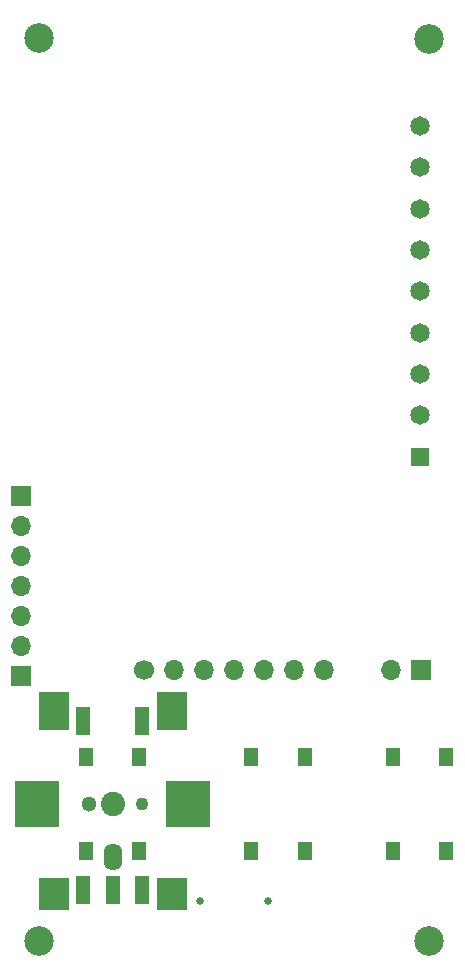
<source format=gbr>
%TF.GenerationSoftware,KiCad,Pcbnew,7.0.7*%
%TF.CreationDate,2024-05-25T17:21:06-04:00*%
%TF.ProjectId,AxxSolder,41787853-6f6c-4646-9572-2e6b69636164,rev?*%
%TF.SameCoordinates,Original*%
%TF.FileFunction,Soldermask,Top*%
%TF.FilePolarity,Negative*%
%FSLAX46Y46*%
G04 Gerber Fmt 4.6, Leading zero omitted, Abs format (unit mm)*
G04 Created by KiCad (PCBNEW 7.0.7) date 2024-05-25 17:21:06*
%MOMM*%
%LPD*%
G01*
G04 APERTURE LIST*
%ADD10C,2.500000*%
%ADD11O,1.700000X1.700000*%
%ADD12C,1.700000*%
%ADD13R,1.300000X1.550000*%
%ADD14C,1.300000*%
%ADD15C,2.050000*%
%ADD16O,1.550000X2.300000*%
%ADD17C,1.100000*%
%ADD18R,1.300000X2.400000*%
%ADD19R,3.750000X4.000000*%
%ADD20R,2.500000X3.200000*%
%ADD21R,2.500000X2.700000*%
%ADD22R,1.650000X1.650000*%
%ADD23C,1.650000*%
%ADD24R,1.700000X1.700000*%
%ADD25C,0.650000*%
G04 APERTURE END LIST*
D10*
%TO.C,H4*%
X197150000Y-70800000D03*
%TD*%
%TO.C,H3*%
X164150000Y-70700000D03*
%TD*%
D11*
%TO.C,U1*%
X188290000Y-124253734D03*
X185750000Y-124253734D03*
X183210000Y-124253734D03*
X180670000Y-124253734D03*
X178130000Y-124253734D03*
X175590000Y-124253734D03*
D12*
X173050000Y-124253734D03*
%TD*%
D13*
%TO.C,S1*%
X172650000Y-131599734D03*
X168150000Y-131599734D03*
X172650000Y-139549734D03*
X168150000Y-139549734D03*
%TD*%
%TO.C,S3*%
X198650000Y-131599734D03*
X194150000Y-131599734D03*
X198650000Y-139549734D03*
X194150000Y-139549734D03*
%TD*%
D10*
%TO.C,H2*%
X197150000Y-147174734D03*
%TD*%
D14*
%TO.C,U2*%
X168400000Y-135574734D03*
D15*
X170400000Y-135574734D03*
D16*
X170400000Y-140074734D03*
D17*
X172900000Y-135574734D03*
D18*
X167900000Y-142874734D03*
X170400000Y-142874734D03*
X172900000Y-142874734D03*
X167900000Y-128574734D03*
X172900000Y-128574734D03*
D19*
X164025000Y-135574734D03*
D20*
X165400000Y-127674734D03*
D21*
X165400000Y-143224734D03*
D20*
X175400000Y-127674734D03*
D21*
X175400000Y-143224734D03*
D19*
X176775000Y-135574734D03*
%TD*%
D13*
%TO.C,S2*%
X186650000Y-131599734D03*
X182150000Y-131599734D03*
X186650000Y-139549734D03*
X182150000Y-139549734D03*
%TD*%
D10*
%TO.C,H1*%
X164150000Y-147174734D03*
%TD*%
D22*
%TO.C,J2*%
X196400000Y-106174734D03*
D23*
X196400000Y-102674734D03*
X196400000Y-99174734D03*
X196400000Y-95674734D03*
X196400000Y-92174734D03*
X196400000Y-88674734D03*
X196400000Y-85174734D03*
X196400000Y-81674734D03*
X196400000Y-78174734D03*
%TD*%
D24*
%TO.C,J3*%
X196475000Y-124274734D03*
D11*
X193935000Y-124274734D03*
%TD*%
D24*
%TO.C,J4*%
X162650000Y-109484734D03*
D11*
X162650000Y-112024734D03*
X162650000Y-114564734D03*
X162650000Y-117104734D03*
X162650000Y-119644734D03*
X162650000Y-122184734D03*
%TD*%
D24*
%TO.C,TP13*%
X162650000Y-124724734D03*
%TD*%
D25*
%TO.C,J1*%
X183540000Y-143821734D03*
X177760000Y-143821734D03*
%TD*%
M02*

</source>
